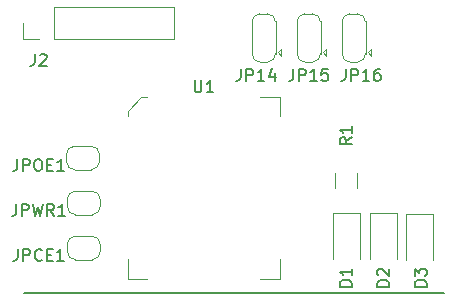
<source format=gbr>
G04 #@! TF.GenerationSoftware,KiCad,Pcbnew,5.0.0-rc2-be01b52~65~ubuntu18.04.1*
G04 #@! TF.CreationDate,2018-06-11T23:06:02+04:00*
G04 #@! TF.ProjectId,interface2_cartridge,696E74657266616365325F6361727472,rev?*
G04 #@! TF.SameCoordinates,Original*
G04 #@! TF.FileFunction,Legend,Top*
G04 #@! TF.FilePolarity,Positive*
%FSLAX46Y46*%
G04 Gerber Fmt 4.6, Leading zero omitted, Abs format (unit mm)*
G04 Created by KiCad (PCBNEW 5.0.0-rc2-be01b52~65~ubuntu18.04.1) date Mon Jun 11 23:06:02 2018*
%MOMM*%
%LPD*%
G01*
G04 APERTURE LIST*
%ADD10C,0.150000*%
%ADD11C,0.120000*%
%ADD12C,0.100000*%
G04 APERTURE END LIST*
D10*
X149860000Y-74930000D02*
X114300000Y-74930000D01*
D11*
G04 #@! TO.C,D1*
X142765000Y-72085000D02*
X142765000Y-68185000D01*
X142765000Y-68185000D02*
X140445000Y-68185000D01*
X140445000Y-68185000D02*
X140445000Y-72085000D01*
G04 #@! TO.C,D2*
X143620000Y-68185000D02*
X143620000Y-72085000D01*
X145940000Y-68185000D02*
X143620000Y-68185000D01*
X145940000Y-72085000D02*
X145940000Y-68185000D01*
G04 #@! TO.C,D3*
X148988000Y-72148500D02*
X148988000Y-68248500D01*
X148988000Y-68248500D02*
X146668000Y-68248500D01*
X146668000Y-68248500D02*
X146668000Y-72148500D01*
G04 #@! TO.C,JP14*
X134320000Y-55390000D02*
G75*
G02X133620000Y-54690000I0J700000D01*
G01*
X135620000Y-54690000D02*
G75*
G02X134920000Y-55390000I-700000J0D01*
G01*
X134920000Y-51290000D02*
G75*
G02X135620000Y-51990000I0J-700000D01*
G01*
X133620000Y-51990000D02*
G75*
G02X134320000Y-51290000I700000J0D01*
G01*
X133620000Y-54740000D02*
X133620000Y-51940000D01*
X134320000Y-51290000D02*
X134920000Y-51290000D01*
X135620000Y-51940000D02*
X135620000Y-54740000D01*
X134920000Y-55390000D02*
X134320000Y-55390000D01*
X135820000Y-54540000D02*
X136120000Y-54840000D01*
X136120000Y-54840000D02*
X136120000Y-54240000D01*
X135820000Y-54540000D02*
X136120000Y-54240000D01*
G04 #@! TO.C,JP15*
X139630000Y-54540000D02*
X139930000Y-54240000D01*
X139930000Y-54840000D02*
X139930000Y-54240000D01*
X139630000Y-54540000D02*
X139930000Y-54840000D01*
X138730000Y-55390000D02*
X138130000Y-55390000D01*
X139430000Y-51940000D02*
X139430000Y-54740000D01*
X138130000Y-51290000D02*
X138730000Y-51290000D01*
X137430000Y-54740000D02*
X137430000Y-51940000D01*
X137430000Y-51990000D02*
G75*
G02X138130000Y-51290000I700000J0D01*
G01*
X138730000Y-51290000D02*
G75*
G02X139430000Y-51990000I0J-700000D01*
G01*
X139430000Y-54690000D02*
G75*
G02X138730000Y-55390000I-700000J0D01*
G01*
X138130000Y-55390000D02*
G75*
G02X137430000Y-54690000I0J700000D01*
G01*
G04 #@! TO.C,JP16*
X143440000Y-54540000D02*
X143740000Y-54240000D01*
X143740000Y-54840000D02*
X143740000Y-54240000D01*
X143440000Y-54540000D02*
X143740000Y-54840000D01*
X142540000Y-55390000D02*
X141940000Y-55390000D01*
X143240000Y-51940000D02*
X143240000Y-54740000D01*
X141940000Y-51290000D02*
X142540000Y-51290000D01*
X141240000Y-54740000D02*
X141240000Y-51940000D01*
X141240000Y-51990000D02*
G75*
G02X141940000Y-51290000I700000J0D01*
G01*
X142540000Y-51290000D02*
G75*
G02X143240000Y-51990000I0J-700000D01*
G01*
X143240000Y-54690000D02*
G75*
G02X142540000Y-55390000I-700000J0D01*
G01*
X141940000Y-55390000D02*
G75*
G02X141240000Y-54690000I0J700000D01*
G01*
G04 #@! TO.C,R1*
X140695000Y-66055000D02*
X140695000Y-64755000D01*
X142515000Y-66055000D02*
X142515000Y-64755000D01*
D12*
G04 #@! TO.C,U1*
X124755000Y-58335000D02*
X124255000Y-58335000D01*
X124255000Y-58335000D02*
X123105000Y-59485000D01*
X123105000Y-59485000D02*
X123105000Y-59985000D01*
X134325000Y-58335000D02*
X135975000Y-58335000D01*
X135975000Y-58335000D02*
X135975000Y-59985000D01*
X124755000Y-73745000D02*
X123105000Y-73745000D01*
X123105000Y-73745000D02*
X123105000Y-72095000D01*
X134325000Y-73745000D02*
X135975000Y-73745000D01*
X135975000Y-73745000D02*
X135975000Y-72095000D01*
D11*
G04 #@! TO.C,J2*
X127060000Y-53400000D02*
X127060000Y-50740000D01*
X116840000Y-53400000D02*
X127060000Y-53400000D01*
X116840000Y-50740000D02*
X127060000Y-50740000D01*
X116840000Y-53400000D02*
X116840000Y-50740000D01*
X115570000Y-53400000D02*
X114240000Y-53400000D01*
X114240000Y-53400000D02*
X114240000Y-52070000D01*
G04 #@! TO.C,JPOE1*
X118610000Y-62500000D02*
X120010000Y-62500000D01*
X120710000Y-63200000D02*
X120710000Y-63800000D01*
X120010000Y-64500000D02*
X118610000Y-64500000D01*
X117910000Y-63800000D02*
X117910000Y-63200000D01*
X117910000Y-63200000D02*
G75*
G02X118610000Y-62500000I700000J0D01*
G01*
X118610000Y-64500000D02*
G75*
G02X117910000Y-63800000I0J700000D01*
G01*
X120710000Y-63800000D02*
G75*
G02X120010000Y-64500000I-700000J0D01*
G01*
X120010000Y-62500000D02*
G75*
G02X120710000Y-63200000I0J-700000D01*
G01*
G04 #@! TO.C,JPWR1*
X118680000Y-68310000D02*
G75*
G02X117980000Y-67610000I0J700000D01*
G01*
X117980000Y-67010000D02*
G75*
G02X118680000Y-66310000I700000J0D01*
G01*
X120080000Y-66310000D02*
G75*
G02X120780000Y-67010000I0J-700000D01*
G01*
X120780000Y-67610000D02*
G75*
G02X120080000Y-68310000I-700000J0D01*
G01*
X120780000Y-67010000D02*
X120780000Y-67610000D01*
X118680000Y-66310000D02*
X120080000Y-66310000D01*
X117980000Y-67610000D02*
X117980000Y-67010000D01*
X120080000Y-68310000D02*
X118680000Y-68310000D01*
G04 #@! TO.C,JPCE1*
X120080000Y-70120000D02*
G75*
G02X120780000Y-70820000I0J-700000D01*
G01*
X120780000Y-71420000D02*
G75*
G02X120080000Y-72120000I-700000J0D01*
G01*
X118680000Y-72120000D02*
G75*
G02X117980000Y-71420000I0J700000D01*
G01*
X117980000Y-70820000D02*
G75*
G02X118680000Y-70120000I700000J0D01*
G01*
X117980000Y-71420000D02*
X117980000Y-70820000D01*
X120080000Y-72120000D02*
X118680000Y-72120000D01*
X120780000Y-70820000D02*
X120780000Y-71420000D01*
X118680000Y-70120000D02*
X120080000Y-70120000D01*
G04 #@! TO.C,D1*
D10*
X142057380Y-74398095D02*
X141057380Y-74398095D01*
X141057380Y-74160000D01*
X141105000Y-74017142D01*
X141200238Y-73921904D01*
X141295476Y-73874285D01*
X141485952Y-73826666D01*
X141628809Y-73826666D01*
X141819285Y-73874285D01*
X141914523Y-73921904D01*
X142009761Y-74017142D01*
X142057380Y-74160000D01*
X142057380Y-74398095D01*
X142057380Y-72874285D02*
X142057380Y-73445714D01*
X142057380Y-73160000D02*
X141057380Y-73160000D01*
X141200238Y-73255238D01*
X141295476Y-73350476D01*
X141343095Y-73445714D01*
G04 #@! TO.C,D2*
X145232380Y-74398095D02*
X144232380Y-74398095D01*
X144232380Y-74160000D01*
X144280000Y-74017142D01*
X144375238Y-73921904D01*
X144470476Y-73874285D01*
X144660952Y-73826666D01*
X144803809Y-73826666D01*
X144994285Y-73874285D01*
X145089523Y-73921904D01*
X145184761Y-74017142D01*
X145232380Y-74160000D01*
X145232380Y-74398095D01*
X144327619Y-73445714D02*
X144280000Y-73398095D01*
X144232380Y-73302857D01*
X144232380Y-73064761D01*
X144280000Y-72969523D01*
X144327619Y-72921904D01*
X144422857Y-72874285D01*
X144518095Y-72874285D01*
X144660952Y-72921904D01*
X145232380Y-73493333D01*
X145232380Y-72874285D01*
G04 #@! TO.C,D3*
X148407380Y-74398095D02*
X147407380Y-74398095D01*
X147407380Y-74160000D01*
X147455000Y-74017142D01*
X147550238Y-73921904D01*
X147645476Y-73874285D01*
X147835952Y-73826666D01*
X147978809Y-73826666D01*
X148169285Y-73874285D01*
X148264523Y-73921904D01*
X148359761Y-74017142D01*
X148407380Y-74160000D01*
X148407380Y-74398095D01*
X147407380Y-73493333D02*
X147407380Y-72874285D01*
X147788333Y-73207619D01*
X147788333Y-73064761D01*
X147835952Y-72969523D01*
X147883571Y-72921904D01*
X147978809Y-72874285D01*
X148216904Y-72874285D01*
X148312142Y-72921904D01*
X148359761Y-72969523D01*
X148407380Y-73064761D01*
X148407380Y-73350476D01*
X148359761Y-73445714D01*
X148312142Y-73493333D01*
G04 #@! TO.C,JP14*
X132675476Y-55967380D02*
X132675476Y-56681666D01*
X132627857Y-56824523D01*
X132532619Y-56919761D01*
X132389761Y-56967380D01*
X132294523Y-56967380D01*
X133151666Y-56967380D02*
X133151666Y-55967380D01*
X133532619Y-55967380D01*
X133627857Y-56015000D01*
X133675476Y-56062619D01*
X133723095Y-56157857D01*
X133723095Y-56300714D01*
X133675476Y-56395952D01*
X133627857Y-56443571D01*
X133532619Y-56491190D01*
X133151666Y-56491190D01*
X134675476Y-56967380D02*
X134104047Y-56967380D01*
X134389761Y-56967380D02*
X134389761Y-55967380D01*
X134294523Y-56110238D01*
X134199285Y-56205476D01*
X134104047Y-56253095D01*
X135532619Y-56300714D02*
X135532619Y-56967380D01*
X135294523Y-55919761D02*
X135056428Y-56634047D01*
X135675476Y-56634047D01*
G04 #@! TO.C,JP15*
X137120476Y-55967380D02*
X137120476Y-56681666D01*
X137072857Y-56824523D01*
X136977619Y-56919761D01*
X136834761Y-56967380D01*
X136739523Y-56967380D01*
X137596666Y-56967380D02*
X137596666Y-55967380D01*
X137977619Y-55967380D01*
X138072857Y-56015000D01*
X138120476Y-56062619D01*
X138168095Y-56157857D01*
X138168095Y-56300714D01*
X138120476Y-56395952D01*
X138072857Y-56443571D01*
X137977619Y-56491190D01*
X137596666Y-56491190D01*
X139120476Y-56967380D02*
X138549047Y-56967380D01*
X138834761Y-56967380D02*
X138834761Y-55967380D01*
X138739523Y-56110238D01*
X138644285Y-56205476D01*
X138549047Y-56253095D01*
X140025238Y-55967380D02*
X139549047Y-55967380D01*
X139501428Y-56443571D01*
X139549047Y-56395952D01*
X139644285Y-56348333D01*
X139882380Y-56348333D01*
X139977619Y-56395952D01*
X140025238Y-56443571D01*
X140072857Y-56538809D01*
X140072857Y-56776904D01*
X140025238Y-56872142D01*
X139977619Y-56919761D01*
X139882380Y-56967380D01*
X139644285Y-56967380D01*
X139549047Y-56919761D01*
X139501428Y-56872142D01*
G04 #@! TO.C,JP16*
X141565476Y-55967380D02*
X141565476Y-56681666D01*
X141517857Y-56824523D01*
X141422619Y-56919761D01*
X141279761Y-56967380D01*
X141184523Y-56967380D01*
X142041666Y-56967380D02*
X142041666Y-55967380D01*
X142422619Y-55967380D01*
X142517857Y-56015000D01*
X142565476Y-56062619D01*
X142613095Y-56157857D01*
X142613095Y-56300714D01*
X142565476Y-56395952D01*
X142517857Y-56443571D01*
X142422619Y-56491190D01*
X142041666Y-56491190D01*
X143565476Y-56967380D02*
X142994047Y-56967380D01*
X143279761Y-56967380D02*
X143279761Y-55967380D01*
X143184523Y-56110238D01*
X143089285Y-56205476D01*
X142994047Y-56253095D01*
X144422619Y-55967380D02*
X144232142Y-55967380D01*
X144136904Y-56015000D01*
X144089285Y-56062619D01*
X143994047Y-56205476D01*
X143946428Y-56395952D01*
X143946428Y-56776904D01*
X143994047Y-56872142D01*
X144041666Y-56919761D01*
X144136904Y-56967380D01*
X144327380Y-56967380D01*
X144422619Y-56919761D01*
X144470238Y-56872142D01*
X144517857Y-56776904D01*
X144517857Y-56538809D01*
X144470238Y-56443571D01*
X144422619Y-56395952D01*
X144327380Y-56348333D01*
X144136904Y-56348333D01*
X144041666Y-56395952D01*
X143994047Y-56443571D01*
X143946428Y-56538809D01*
G04 #@! TO.C,R1*
X142057380Y-61761666D02*
X141581190Y-62095000D01*
X142057380Y-62333095D02*
X141057380Y-62333095D01*
X141057380Y-61952142D01*
X141105000Y-61856904D01*
X141152619Y-61809285D01*
X141247857Y-61761666D01*
X141390714Y-61761666D01*
X141485952Y-61809285D01*
X141533571Y-61856904D01*
X141581190Y-61952142D01*
X141581190Y-62333095D01*
X142057380Y-60809285D02*
X142057380Y-61380714D01*
X142057380Y-61095000D02*
X141057380Y-61095000D01*
X141200238Y-61190238D01*
X141295476Y-61285476D01*
X141343095Y-61380714D01*
G04 #@! TO.C,U1*
X128778095Y-56937380D02*
X128778095Y-57746904D01*
X128825714Y-57842142D01*
X128873333Y-57889761D01*
X128968571Y-57937380D01*
X129159047Y-57937380D01*
X129254285Y-57889761D01*
X129301904Y-57842142D01*
X129349523Y-57746904D01*
X129349523Y-56937380D01*
X130349523Y-57937380D02*
X129778095Y-57937380D01*
X130063809Y-57937380D02*
X130063809Y-56937380D01*
X129968571Y-57080238D01*
X129873333Y-57175476D01*
X129778095Y-57223095D01*
G04 #@! TO.C,J2*
X115236666Y-54697380D02*
X115236666Y-55411666D01*
X115189047Y-55554523D01*
X115093809Y-55649761D01*
X114950952Y-55697380D01*
X114855714Y-55697380D01*
X115665238Y-54792619D02*
X115712857Y-54745000D01*
X115808095Y-54697380D01*
X116046190Y-54697380D01*
X116141428Y-54745000D01*
X116189047Y-54792619D01*
X116236666Y-54887857D01*
X116236666Y-54983095D01*
X116189047Y-55125952D01*
X115617619Y-55697380D01*
X116236666Y-55697380D01*
G04 #@! TO.C,JPOE1*
X113760476Y-63587380D02*
X113760476Y-64301666D01*
X113712857Y-64444523D01*
X113617619Y-64539761D01*
X113474761Y-64587380D01*
X113379523Y-64587380D01*
X114236666Y-64587380D02*
X114236666Y-63587380D01*
X114617619Y-63587380D01*
X114712857Y-63635000D01*
X114760476Y-63682619D01*
X114808095Y-63777857D01*
X114808095Y-63920714D01*
X114760476Y-64015952D01*
X114712857Y-64063571D01*
X114617619Y-64111190D01*
X114236666Y-64111190D01*
X115427142Y-63587380D02*
X115617619Y-63587380D01*
X115712857Y-63635000D01*
X115808095Y-63730238D01*
X115855714Y-63920714D01*
X115855714Y-64254047D01*
X115808095Y-64444523D01*
X115712857Y-64539761D01*
X115617619Y-64587380D01*
X115427142Y-64587380D01*
X115331904Y-64539761D01*
X115236666Y-64444523D01*
X115189047Y-64254047D01*
X115189047Y-63920714D01*
X115236666Y-63730238D01*
X115331904Y-63635000D01*
X115427142Y-63587380D01*
X116284285Y-64063571D02*
X116617619Y-64063571D01*
X116760476Y-64587380D02*
X116284285Y-64587380D01*
X116284285Y-63587380D01*
X116760476Y-63587380D01*
X117712857Y-64587380D02*
X117141428Y-64587380D01*
X117427142Y-64587380D02*
X117427142Y-63587380D01*
X117331904Y-63730238D01*
X117236666Y-63825476D01*
X117141428Y-63873095D01*
G04 #@! TO.C,JPWR1*
X113665238Y-67397380D02*
X113665238Y-68111666D01*
X113617619Y-68254523D01*
X113522380Y-68349761D01*
X113379523Y-68397380D01*
X113284285Y-68397380D01*
X114141428Y-68397380D02*
X114141428Y-67397380D01*
X114522380Y-67397380D01*
X114617619Y-67445000D01*
X114665238Y-67492619D01*
X114712857Y-67587857D01*
X114712857Y-67730714D01*
X114665238Y-67825952D01*
X114617619Y-67873571D01*
X114522380Y-67921190D01*
X114141428Y-67921190D01*
X115046190Y-67397380D02*
X115284285Y-68397380D01*
X115474761Y-67683095D01*
X115665238Y-68397380D01*
X115903333Y-67397380D01*
X116855714Y-68397380D02*
X116522380Y-67921190D01*
X116284285Y-68397380D02*
X116284285Y-67397380D01*
X116665238Y-67397380D01*
X116760476Y-67445000D01*
X116808095Y-67492619D01*
X116855714Y-67587857D01*
X116855714Y-67730714D01*
X116808095Y-67825952D01*
X116760476Y-67873571D01*
X116665238Y-67921190D01*
X116284285Y-67921190D01*
X117808095Y-68397380D02*
X117236666Y-68397380D01*
X117522380Y-68397380D02*
X117522380Y-67397380D01*
X117427142Y-67540238D01*
X117331904Y-67635476D01*
X117236666Y-67683095D01*
G04 #@! TO.C,JPCE1*
X113784285Y-71207380D02*
X113784285Y-71921666D01*
X113736666Y-72064523D01*
X113641428Y-72159761D01*
X113498571Y-72207380D01*
X113403333Y-72207380D01*
X114260476Y-72207380D02*
X114260476Y-71207380D01*
X114641428Y-71207380D01*
X114736666Y-71255000D01*
X114784285Y-71302619D01*
X114831904Y-71397857D01*
X114831904Y-71540714D01*
X114784285Y-71635952D01*
X114736666Y-71683571D01*
X114641428Y-71731190D01*
X114260476Y-71731190D01*
X115831904Y-72112142D02*
X115784285Y-72159761D01*
X115641428Y-72207380D01*
X115546190Y-72207380D01*
X115403333Y-72159761D01*
X115308095Y-72064523D01*
X115260476Y-71969285D01*
X115212857Y-71778809D01*
X115212857Y-71635952D01*
X115260476Y-71445476D01*
X115308095Y-71350238D01*
X115403333Y-71255000D01*
X115546190Y-71207380D01*
X115641428Y-71207380D01*
X115784285Y-71255000D01*
X115831904Y-71302619D01*
X116260476Y-71683571D02*
X116593809Y-71683571D01*
X116736666Y-72207380D02*
X116260476Y-72207380D01*
X116260476Y-71207380D01*
X116736666Y-71207380D01*
X117689047Y-72207380D02*
X117117619Y-72207380D01*
X117403333Y-72207380D02*
X117403333Y-71207380D01*
X117308095Y-71350238D01*
X117212857Y-71445476D01*
X117117619Y-71493095D01*
G04 #@! TD*
M02*

</source>
